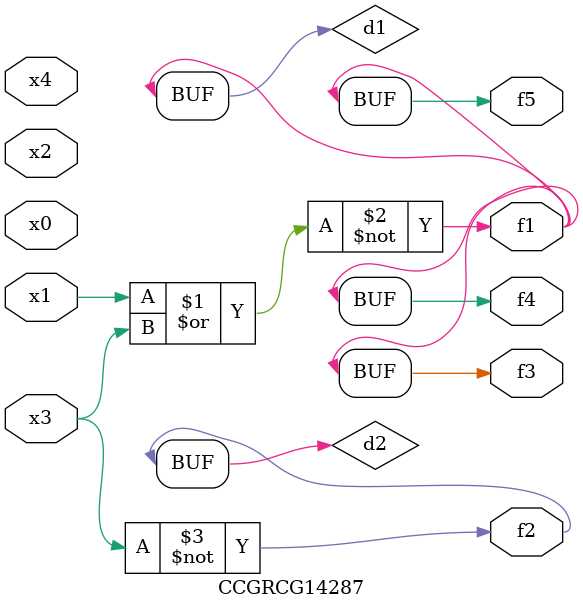
<source format=v>
module CCGRCG14287(
	input x0, x1, x2, x3, x4,
	output f1, f2, f3, f4, f5
);

	wire d1, d2;

	nor (d1, x1, x3);
	not (d2, x3);
	assign f1 = d1;
	assign f2 = d2;
	assign f3 = d1;
	assign f4 = d1;
	assign f5 = d1;
endmodule

</source>
